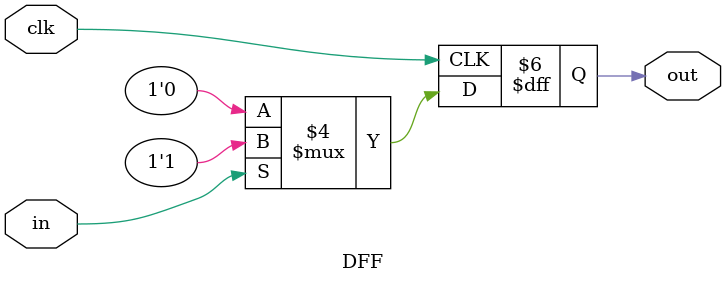
<source format=v>
/**
* Data-Flip-Flop
* out[t+1] = in[t]
*/

`default_nettype none
module DFF(
		input clk,
		input in,
		output reg out = 0
);

	// No need to implement this module
	// This module is implemented in verilog using reg-variables
	always @(posedge clk)
		if (in) out <= 1'b1;
		else out <= 1'b0;

endmodule


</source>
